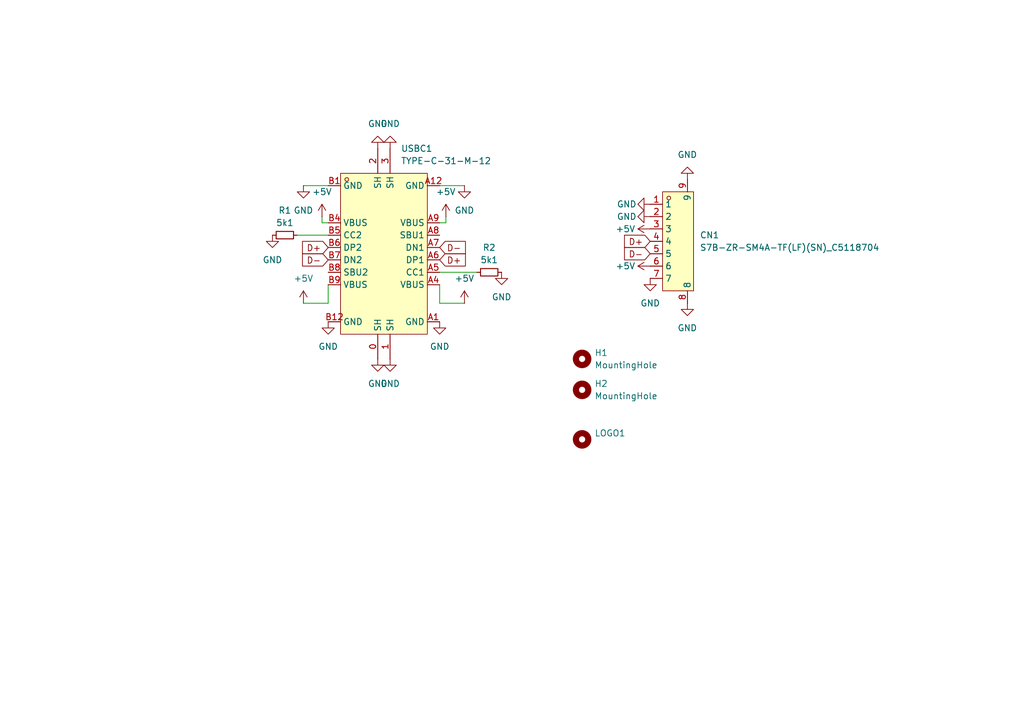
<source format=kicad_sch>
(kicad_sch
	(version 20231120)
	(generator "eeschema")
	(generator_version "8.0")
	(uuid "17da9f82-d336-4e94-b182-6588d0935152")
	(paper "A5")
	(title_block
		(title "usb-breakout")
		(date "2025-02-02")
		(rev "v1")
		(company "Speedy Labs")
	)
	(lib_symbols
		(symbol "Device:R_Small"
			(pin_numbers hide)
			(pin_names
				(offset 0.254) hide)
			(exclude_from_sim no)
			(in_bom yes)
			(on_board yes)
			(property "Reference" "R"
				(at 0.762 0.508 0)
				(effects
					(font
						(size 1.27 1.27)
					)
					(justify left)
				)
			)
			(property "Value" "R_Small"
				(at 0.762 -1.016 0)
				(effects
					(font
						(size 1.27 1.27)
					)
					(justify left)
				)
			)
			(property "Footprint" ""
				(at 0 0 0)
				(effects
					(font
						(size 1.27 1.27)
					)
					(hide yes)
				)
			)
			(property "Datasheet" "~"
				(at 0 0 0)
				(effects
					(font
						(size 1.27 1.27)
					)
					(hide yes)
				)
			)
			(property "Description" "Resistor, small symbol"
				(at 0 0 0)
				(effects
					(font
						(size 1.27 1.27)
					)
					(hide yes)
				)
			)
			(property "ki_keywords" "R resistor"
				(at 0 0 0)
				(effects
					(font
						(size 1.27 1.27)
					)
					(hide yes)
				)
			)
			(property "ki_fp_filters" "R_*"
				(at 0 0 0)
				(effects
					(font
						(size 1.27 1.27)
					)
					(hide yes)
				)
			)
			(symbol "R_Small_0_1"
				(rectangle
					(start -0.762 1.778)
					(end 0.762 -1.778)
					(stroke
						(width 0.2032)
						(type default)
					)
					(fill
						(type none)
					)
				)
			)
			(symbol "R_Small_1_1"
				(pin passive line
					(at 0 2.54 270)
					(length 0.762)
					(name "~"
						(effects
							(font
								(size 1.27 1.27)
							)
						)
					)
					(number "1"
						(effects
							(font
								(size 1.27 1.27)
							)
						)
					)
				)
				(pin passive line
					(at 0 -2.54 90)
					(length 0.762)
					(name "~"
						(effects
							(font
								(size 1.27 1.27)
							)
						)
					)
					(number "2"
						(effects
							(font
								(size 1.27 1.27)
							)
						)
					)
				)
			)
		)
		(symbol "Mechanical:MountingHole"
			(pin_names
				(offset 1.016)
			)
			(exclude_from_sim yes)
			(in_bom no)
			(on_board yes)
			(property "Reference" "H"
				(at 0 5.08 0)
				(effects
					(font
						(size 1.27 1.27)
					)
				)
			)
			(property "Value" "MountingHole"
				(at 0 3.175 0)
				(effects
					(font
						(size 1.27 1.27)
					)
				)
			)
			(property "Footprint" ""
				(at 0 0 0)
				(effects
					(font
						(size 1.27 1.27)
					)
					(hide yes)
				)
			)
			(property "Datasheet" "~"
				(at 0 0 0)
				(effects
					(font
						(size 1.27 1.27)
					)
					(hide yes)
				)
			)
			(property "Description" "Mounting Hole without connection"
				(at 0 0 0)
				(effects
					(font
						(size 1.27 1.27)
					)
					(hide yes)
				)
			)
			(property "ki_keywords" "mounting hole"
				(at 0 0 0)
				(effects
					(font
						(size 1.27 1.27)
					)
					(hide yes)
				)
			)
			(property "ki_fp_filters" "MountingHole*"
				(at 0 0 0)
				(effects
					(font
						(size 1.27 1.27)
					)
					(hide yes)
				)
			)
			(symbol "MountingHole_0_1"
				(circle
					(center 0 0)
					(radius 1.27)
					(stroke
						(width 1.27)
						(type default)
					)
					(fill
						(type none)
					)
				)
			)
		)
		(symbol "easyeda:S7B-ZR-SM4A-TF(LF)(SN)_C5118704"
			(exclude_from_sim no)
			(in_bom yes)
			(on_board yes)
			(property "Reference" "CN"
				(at 0 17.78 0)
				(effects
					(font
						(size 1.27 1.27)
					)
				)
			)
			(property "Value" "S7B-ZR-SM4A-TF(LF)(SN)_C5118704"
				(at 0 -17.78 0)
				(effects
					(font
						(size 1.27 1.27)
					)
				)
			)
			(property "Footprint" "easyeda:CONN-SMD_S7B-ZR-SM4A-TF-LF-SN"
				(at 0 -20.32 0)
				(effects
					(font
						(size 1.27 1.27)
					)
					(hide yes)
				)
			)
			(property "Datasheet" ""
				(at 0 0 0)
				(effects
					(font
						(size 1.27 1.27)
					)
					(hide yes)
				)
			)
			(property "Description" ""
				(at 0 0 0)
				(effects
					(font
						(size 1.27 1.27)
					)
					(hide yes)
				)
			)
			(property "LCSC Part" "C5118704"
				(at 0 -22.86 0)
				(effects
					(font
						(size 1.27 1.27)
					)
					(hide yes)
				)
			)
			(symbol "S7B-ZR-SM4A-TF(LF)(SN)_C5118704_0_1"
				(rectangle
					(start -1.27 10.16)
					(end 5.08 -10.16)
					(stroke
						(width 0)
						(type default)
					)
					(fill
						(type background)
					)
				)
				(circle
					(center 0 8.89)
					(radius 0.38)
					(stroke
						(width 0)
						(type default)
					)
					(fill
						(type none)
					)
				)
				(pin unspecified line
					(at -3.81 7.62 0)
					(length 2.54)
					(name "1"
						(effects
							(font
								(size 1.27 1.27)
							)
						)
					)
					(number "1"
						(effects
							(font
								(size 1.27 1.27)
							)
						)
					)
				)
				(pin unspecified line
					(at -3.81 5.08 0)
					(length 2.54)
					(name "2"
						(effects
							(font
								(size 1.27 1.27)
							)
						)
					)
					(number "2"
						(effects
							(font
								(size 1.27 1.27)
							)
						)
					)
				)
				(pin unspecified line
					(at -3.81 2.54 0)
					(length 2.54)
					(name "3"
						(effects
							(font
								(size 1.27 1.27)
							)
						)
					)
					(number "3"
						(effects
							(font
								(size 1.27 1.27)
							)
						)
					)
				)
				(pin unspecified line
					(at -3.81 0 0)
					(length 2.54)
					(name "4"
						(effects
							(font
								(size 1.27 1.27)
							)
						)
					)
					(number "4"
						(effects
							(font
								(size 1.27 1.27)
							)
						)
					)
				)
				(pin unspecified line
					(at -3.81 -2.54 0)
					(length 2.54)
					(name "5"
						(effects
							(font
								(size 1.27 1.27)
							)
						)
					)
					(number "5"
						(effects
							(font
								(size 1.27 1.27)
							)
						)
					)
				)
				(pin unspecified line
					(at -3.81 -5.08 0)
					(length 2.54)
					(name "6"
						(effects
							(font
								(size 1.27 1.27)
							)
						)
					)
					(number "6"
						(effects
							(font
								(size 1.27 1.27)
							)
						)
					)
				)
				(pin unspecified line
					(at -3.81 -7.62 0)
					(length 2.54)
					(name "7"
						(effects
							(font
								(size 1.27 1.27)
							)
						)
					)
					(number "7"
						(effects
							(font
								(size 1.27 1.27)
							)
						)
					)
				)
				(pin unspecified line
					(at 3.81 -12.7 90)
					(length 2.54)
					(name "8"
						(effects
							(font
								(size 1.27 1.27)
							)
						)
					)
					(number "8"
						(effects
							(font
								(size 1.27 1.27)
							)
						)
					)
				)
				(pin unspecified line
					(at 3.81 12.7 270)
					(length 2.54)
					(name "9"
						(effects
							(font
								(size 1.27 1.27)
							)
						)
					)
					(number "9"
						(effects
							(font
								(size 1.27 1.27)
							)
						)
					)
				)
			)
		)
		(symbol "easyeda:TYPE-C-31-M-12"
			(exclude_from_sim no)
			(in_bom yes)
			(on_board yes)
			(property "Reference" "USBC"
				(at 0 26.67 0)
				(effects
					(font
						(size 1.27 1.27)
					)
				)
			)
			(property "Value" "TYPE-C-31-M-12"
				(at 0 -26.67 0)
				(effects
					(font
						(size 1.27 1.27)
					)
				)
			)
			(property "Footprint" "easyeda:USB-C_SMD-TYPE-C-31-M-12"
				(at 0 -29.21 0)
				(effects
					(font
						(size 1.27 1.27)
					)
					(hide yes)
				)
			)
			(property "Datasheet" "https://lcsc.com/product-detail/USB-Type-C_Korean-Hroparts-Elec-TYPE-C-31-M-12_C165948.html"
				(at 0 -31.75 0)
				(effects
					(font
						(size 1.27 1.27)
					)
					(hide yes)
				)
			)
			(property "Description" ""
				(at 0 0 0)
				(effects
					(font
						(size 1.27 1.27)
					)
					(hide yes)
				)
			)
			(property "LCSC Part" "C165948"
				(at 0 -34.29 0)
				(effects
					(font
						(size 1.27 1.27)
					)
					(hide yes)
				)
			)
			(symbol "TYPE-C-31-M-12_0_1"
				(rectangle
					(start -8.89 16.51)
					(end 8.89 -16.51)
					(stroke
						(width 0)
						(type default)
					)
					(fill
						(type background)
					)
				)
				(circle
					(center -7.62 15.24)
					(radius 0.38)
					(stroke
						(width 0)
						(type default)
					)
					(fill
						(type none)
					)
				)
				(pin unspecified line
					(at -1.27 -21.59 90)
					(length 5.08)
					(name "SH"
						(effects
							(font
								(size 1.27 1.27)
							)
						)
					)
					(number "0"
						(effects
							(font
								(size 1.27 1.27)
							)
						)
					)
				)
				(pin unspecified line
					(at 1.27 -21.59 90)
					(length 5.08)
					(name "SH"
						(effects
							(font
								(size 1.27 1.27)
							)
						)
					)
					(number "1"
						(effects
							(font
								(size 1.27 1.27)
							)
						)
					)
				)
				(pin unspecified line
					(at -1.27 21.59 270)
					(length 5.08)
					(name "SH"
						(effects
							(font
								(size 1.27 1.27)
							)
						)
					)
					(number "2"
						(effects
							(font
								(size 1.27 1.27)
							)
						)
					)
				)
				(pin unspecified line
					(at 1.27 21.59 270)
					(length 5.08)
					(name "SH"
						(effects
							(font
								(size 1.27 1.27)
							)
						)
					)
					(number "3"
						(effects
							(font
								(size 1.27 1.27)
							)
						)
					)
				)
				(pin unspecified line
					(at 11.43 -13.97 180)
					(length 2.54)
					(name "GND"
						(effects
							(font
								(size 1.27 1.27)
							)
						)
					)
					(number "A1"
						(effects
							(font
								(size 1.27 1.27)
							)
						)
					)
				)
				(pin unspecified line
					(at 11.43 13.97 180)
					(length 2.54)
					(name "GND"
						(effects
							(font
								(size 1.27 1.27)
							)
						)
					)
					(number "A12"
						(effects
							(font
								(size 1.27 1.27)
							)
						)
					)
				)
				(pin unspecified line
					(at 11.43 -6.35 180)
					(length 2.54)
					(name "VBUS"
						(effects
							(font
								(size 1.27 1.27)
							)
						)
					)
					(number "A4"
						(effects
							(font
								(size 1.27 1.27)
							)
						)
					)
				)
				(pin unspecified line
					(at 11.43 -3.81 180)
					(length 2.54)
					(name "CC1"
						(effects
							(font
								(size 1.27 1.27)
							)
						)
					)
					(number "A5"
						(effects
							(font
								(size 1.27 1.27)
							)
						)
					)
				)
				(pin unspecified line
					(at 11.43 -1.27 180)
					(length 2.54)
					(name "DP1"
						(effects
							(font
								(size 1.27 1.27)
							)
						)
					)
					(number "A6"
						(effects
							(font
								(size 1.27 1.27)
							)
						)
					)
				)
				(pin unspecified line
					(at 11.43 1.27 180)
					(length 2.54)
					(name "DN1"
						(effects
							(font
								(size 1.27 1.27)
							)
						)
					)
					(number "A7"
						(effects
							(font
								(size 1.27 1.27)
							)
						)
					)
				)
				(pin unspecified line
					(at 11.43 3.81 180)
					(length 2.54)
					(name "SBU1"
						(effects
							(font
								(size 1.27 1.27)
							)
						)
					)
					(number "A8"
						(effects
							(font
								(size 1.27 1.27)
							)
						)
					)
				)
				(pin unspecified line
					(at 11.43 6.35 180)
					(length 2.54)
					(name "VBUS"
						(effects
							(font
								(size 1.27 1.27)
							)
						)
					)
					(number "A9"
						(effects
							(font
								(size 1.27 1.27)
							)
						)
					)
				)
				(pin unspecified line
					(at -11.43 13.97 0)
					(length 2.54)
					(name "GND"
						(effects
							(font
								(size 1.27 1.27)
							)
						)
					)
					(number "B1"
						(effects
							(font
								(size 1.27 1.27)
							)
						)
					)
				)
				(pin unspecified line
					(at -11.43 -13.97 0)
					(length 2.54)
					(name "GND"
						(effects
							(font
								(size 1.27 1.27)
							)
						)
					)
					(number "B12"
						(effects
							(font
								(size 1.27 1.27)
							)
						)
					)
				)
				(pin unspecified line
					(at -11.43 6.35 0)
					(length 2.54)
					(name "VBUS"
						(effects
							(font
								(size 1.27 1.27)
							)
						)
					)
					(number "B4"
						(effects
							(font
								(size 1.27 1.27)
							)
						)
					)
				)
				(pin unspecified line
					(at -11.43 3.81 0)
					(length 2.54)
					(name "CC2"
						(effects
							(font
								(size 1.27 1.27)
							)
						)
					)
					(number "B5"
						(effects
							(font
								(size 1.27 1.27)
							)
						)
					)
				)
				(pin unspecified line
					(at -11.43 1.27 0)
					(length 2.54)
					(name "DP2"
						(effects
							(font
								(size 1.27 1.27)
							)
						)
					)
					(number "B6"
						(effects
							(font
								(size 1.27 1.27)
							)
						)
					)
				)
				(pin unspecified line
					(at -11.43 -1.27 0)
					(length 2.54)
					(name "DN2"
						(effects
							(font
								(size 1.27 1.27)
							)
						)
					)
					(number "B7"
						(effects
							(font
								(size 1.27 1.27)
							)
						)
					)
				)
				(pin unspecified line
					(at -11.43 -3.81 0)
					(length 2.54)
					(name "SBU2"
						(effects
							(font
								(size 1.27 1.27)
							)
						)
					)
					(number "B8"
						(effects
							(font
								(size 1.27 1.27)
							)
						)
					)
				)
				(pin unspecified line
					(at -11.43 -6.35 0)
					(length 2.54)
					(name "VBUS"
						(effects
							(font
								(size 1.27 1.27)
							)
						)
					)
					(number "B9"
						(effects
							(font
								(size 1.27 1.27)
							)
						)
					)
				)
			)
		)
		(symbol "power:+5V"
			(power)
			(pin_numbers hide)
			(pin_names
				(offset 0) hide)
			(exclude_from_sim no)
			(in_bom yes)
			(on_board yes)
			(property "Reference" "#PWR"
				(at 0 -3.81 0)
				(effects
					(font
						(size 1.27 1.27)
					)
					(hide yes)
				)
			)
			(property "Value" "+5V"
				(at 0 3.556 0)
				(effects
					(font
						(size 1.27 1.27)
					)
				)
			)
			(property "Footprint" ""
				(at 0 0 0)
				(effects
					(font
						(size 1.27 1.27)
					)
					(hide yes)
				)
			)
			(property "Datasheet" ""
				(at 0 0 0)
				(effects
					(font
						(size 1.27 1.27)
					)
					(hide yes)
				)
			)
			(property "Description" "Power symbol creates a global label with name \"+5V\""
				(at 0 0 0)
				(effects
					(font
						(size 1.27 1.27)
					)
					(hide yes)
				)
			)
			(property "ki_keywords" "global power"
				(at 0 0 0)
				(effects
					(font
						(size 1.27 1.27)
					)
					(hide yes)
				)
			)
			(symbol "+5V_0_1"
				(polyline
					(pts
						(xy -0.762 1.27) (xy 0 2.54)
					)
					(stroke
						(width 0)
						(type default)
					)
					(fill
						(type none)
					)
				)
				(polyline
					(pts
						(xy 0 0) (xy 0 2.54)
					)
					(stroke
						(width 0)
						(type default)
					)
					(fill
						(type none)
					)
				)
				(polyline
					(pts
						(xy 0 2.54) (xy 0.762 1.27)
					)
					(stroke
						(width 0)
						(type default)
					)
					(fill
						(type none)
					)
				)
			)
			(symbol "+5V_1_1"
				(pin power_in line
					(at 0 0 90)
					(length 0)
					(name "~"
						(effects
							(font
								(size 1.27 1.27)
							)
						)
					)
					(number "1"
						(effects
							(font
								(size 1.27 1.27)
							)
						)
					)
				)
			)
		)
		(symbol "power:GND"
			(power)
			(pin_numbers hide)
			(pin_names
				(offset 0) hide)
			(exclude_from_sim no)
			(in_bom yes)
			(on_board yes)
			(property "Reference" "#PWR"
				(at 0 -6.35 0)
				(effects
					(font
						(size 1.27 1.27)
					)
					(hide yes)
				)
			)
			(property "Value" "GND"
				(at 0 -3.81 0)
				(effects
					(font
						(size 1.27 1.27)
					)
				)
			)
			(property "Footprint" ""
				(at 0 0 0)
				(effects
					(font
						(size 1.27 1.27)
					)
					(hide yes)
				)
			)
			(property "Datasheet" ""
				(at 0 0 0)
				(effects
					(font
						(size 1.27 1.27)
					)
					(hide yes)
				)
			)
			(property "Description" "Power symbol creates a global label with name \"GND\" , ground"
				(at 0 0 0)
				(effects
					(font
						(size 1.27 1.27)
					)
					(hide yes)
				)
			)
			(property "ki_keywords" "global power"
				(at 0 0 0)
				(effects
					(font
						(size 1.27 1.27)
					)
					(hide yes)
				)
			)
			(symbol "GND_0_1"
				(polyline
					(pts
						(xy 0 0) (xy 0 -1.27) (xy 1.27 -1.27) (xy 0 -2.54) (xy -1.27 -1.27) (xy 0 -1.27)
					)
					(stroke
						(width 0)
						(type default)
					)
					(fill
						(type none)
					)
				)
			)
			(symbol "GND_1_1"
				(pin power_in line
					(at 0 0 270)
					(length 0)
					(name "~"
						(effects
							(font
								(size 1.27 1.27)
							)
						)
					)
					(number "1"
						(effects
							(font
								(size 1.27 1.27)
							)
						)
					)
				)
			)
		)
	)
	(wire
		(pts
			(xy 62.23 62.23) (xy 67.31 62.23)
		)
		(stroke
			(width 0)
			(type default)
		)
		(uuid "1e647c3a-5897-4061-bb80-ec18a5b62271")
	)
	(wire
		(pts
			(xy 60.96 48.26) (xy 67.31 48.26)
		)
		(stroke
			(width 0)
			(type default)
		)
		(uuid "2c974ede-d9d7-4d66-967e-1d0ac4b1aaec")
	)
	(wire
		(pts
			(xy 66.04 44.45) (xy 66.04 45.72)
		)
		(stroke
			(width 0)
			(type default)
		)
		(uuid "4a13a311-a389-48b1-bb63-acc1b697a296")
	)
	(wire
		(pts
			(xy 67.31 62.23) (xy 67.31 58.42)
		)
		(stroke
			(width 0)
			(type default)
		)
		(uuid "740200f8-a802-4ec3-b0d2-d36565b35c6c")
	)
	(wire
		(pts
			(xy 62.23 38.1) (xy 67.31 38.1)
		)
		(stroke
			(width 0)
			(type default)
		)
		(uuid "82210f67-9c4c-4fc1-a2f4-44ddcf11ffeb")
	)
	(wire
		(pts
			(xy 90.17 55.88) (xy 97.79 55.88)
		)
		(stroke
			(width 0)
			(type default)
		)
		(uuid "8aedfe49-519d-42e9-aca7-c6fefd3d0673")
	)
	(wire
		(pts
			(xy 66.04 45.72) (xy 67.31 45.72)
		)
		(stroke
			(width 0)
			(type default)
		)
		(uuid "8ce853e7-00bd-42f1-a082-b2cda2ddf6cd")
	)
	(wire
		(pts
			(xy 90.17 58.42) (xy 90.17 62.23)
		)
		(stroke
			(width 0)
			(type default)
		)
		(uuid "9f6f2381-8c1c-4a05-a839-db0e1cea830d")
	)
	(wire
		(pts
			(xy 91.44 45.72) (xy 91.44 44.45)
		)
		(stroke
			(width 0)
			(type default)
		)
		(uuid "a3c3965e-e533-4a7f-93b0-64ddc84a2d27")
	)
	(wire
		(pts
			(xy 90.17 38.1) (xy 95.25 38.1)
		)
		(stroke
			(width 0)
			(type default)
		)
		(uuid "d1e14c91-e2f1-4c19-b78b-bb001f9f578c")
	)
	(wire
		(pts
			(xy 90.17 45.72) (xy 91.44 45.72)
		)
		(stroke
			(width 0)
			(type default)
		)
		(uuid "d5996a2a-1b68-4b78-b25f-3c580e092ead")
	)
	(wire
		(pts
			(xy 90.17 62.23) (xy 95.25 62.23)
		)
		(stroke
			(width 0)
			(type default)
		)
		(uuid "e09aecb0-a6d2-4c60-9d09-31eeb71b4be6")
	)
	(global_label "D+"
		(shape input)
		(at 67.31 50.8 180)
		(fields_autoplaced yes)
		(effects
			(font
				(size 1.27 1.27)
			)
			(justify right)
		)
		(uuid "55b1203c-4dac-441c-a8a5-d2283a330f40")
		(property "Intersheetrefs" "${INTERSHEET_REFS}"
			(at 61.4824 50.8 0)
			(effects
				(font
					(size 1.27 1.27)
				)
				(justify right)
				(hide yes)
			)
		)
	)
	(global_label "D+"
		(shape input)
		(at 90.17 53.34 0)
		(fields_autoplaced yes)
		(effects
			(font
				(size 1.27 1.27)
			)
			(justify left)
		)
		(uuid "567502cd-6ebf-4cbc-a2f5-521920eed026")
		(property "Intersheetrefs" "${INTERSHEET_REFS}"
			(at 95.9976 53.34 0)
			(effects
				(font
					(size 1.27 1.27)
				)
				(justify left)
				(hide yes)
			)
		)
	)
	(global_label "D-"
		(shape input)
		(at 133.35 52.07 180)
		(fields_autoplaced yes)
		(effects
			(font
				(size 1.27 1.27)
			)
			(justify right)
		)
		(uuid "713849e6-8ad9-4da9-bb14-c7af09c29e3d")
		(property "Intersheetrefs" "${INTERSHEET_REFS}"
			(at 127.5224 52.07 0)
			(effects
				(font
					(size 1.27 1.27)
				)
				(justify right)
				(hide yes)
			)
		)
	)
	(global_label "D-"
		(shape input)
		(at 67.31 53.34 180)
		(fields_autoplaced yes)
		(effects
			(font
				(size 1.27 1.27)
			)
			(justify right)
		)
		(uuid "7ca8c8b8-f00d-4ca0-8a3e-4e1f2a43839f")
		(property "Intersheetrefs" "${INTERSHEET_REFS}"
			(at 61.4824 53.34 0)
			(effects
				(font
					(size 1.27 1.27)
				)
				(justify right)
				(hide yes)
			)
		)
	)
	(global_label "D-"
		(shape input)
		(at 90.17 50.8 0)
		(fields_autoplaced yes)
		(effects
			(font
				(size 1.27 1.27)
			)
			(justify left)
		)
		(uuid "97141d50-9158-4a63-aa79-9d5d42a600e0")
		(property "Intersheetrefs" "${INTERSHEET_REFS}"
			(at 95.9976 50.8 0)
			(effects
				(font
					(size 1.27 1.27)
				)
				(justify left)
				(hide yes)
			)
		)
	)
	(global_label "D+"
		(shape input)
		(at 133.35 49.53 180)
		(fields_autoplaced yes)
		(effects
			(font
				(size 1.27 1.27)
			)
			(justify right)
		)
		(uuid "f1739592-553b-4601-aca2-c855706b36de")
		(property "Intersheetrefs" "${INTERSHEET_REFS}"
			(at 127.5224 49.53 0)
			(effects
				(font
					(size 1.27 1.27)
				)
				(justify right)
				(hide yes)
			)
		)
	)
	(symbol
		(lib_id "power:GND")
		(at 55.88 48.26 0)
		(unit 1)
		(exclude_from_sim no)
		(in_bom yes)
		(on_board yes)
		(dnp no)
		(fields_autoplaced yes)
		(uuid "0521c6f9-2077-4ef0-b581-f18fb2fe1c1c")
		(property "Reference" "#PWR09"
			(at 55.88 54.61 0)
			(effects
				(font
					(size 1.27 1.27)
				)
				(hide yes)
			)
		)
		(property "Value" "GND"
			(at 55.88 53.34 0)
			(effects
				(font
					(size 1.27 1.27)
				)
			)
		)
		(property "Footprint" ""
			(at 55.88 48.26 0)
			(effects
				(font
					(size 1.27 1.27)
				)
				(hide yes)
			)
		)
		(property "Datasheet" ""
			(at 55.88 48.26 0)
			(effects
				(font
					(size 1.27 1.27)
				)
				(hide yes)
			)
		)
		(property "Description" "Power symbol creates a global label with name \"GND\" , ground"
			(at 55.88 48.26 0)
			(effects
				(font
					(size 1.27 1.27)
				)
				(hide yes)
			)
		)
		(pin "1"
			(uuid "5ee06ad3-9841-4fb3-a206-f3a04bcb96b0")
		)
		(instances
			(project "usb-breakout"
				(path "/17da9f82-d336-4e94-b182-6588d0935152"
					(reference "#PWR09")
					(unit 1)
				)
			)
		)
	)
	(symbol
		(lib_id "power:GND")
		(at 133.35 41.91 270)
		(unit 1)
		(exclude_from_sim no)
		(in_bom yes)
		(on_board yes)
		(dnp no)
		(uuid "0d53a005-7079-4f1d-9b3e-8bd8f8e7c6a7")
		(property "Reference" "#PWR013"
			(at 127 41.91 0)
			(effects
				(font
					(size 1.27 1.27)
				)
				(hide yes)
			)
		)
		(property "Value" "GND"
			(at 128.524 41.91 90)
			(effects
				(font
					(size 1.27 1.27)
				)
			)
		)
		(property "Footprint" ""
			(at 133.35 41.91 0)
			(effects
				(font
					(size 1.27 1.27)
				)
				(hide yes)
			)
		)
		(property "Datasheet" ""
			(at 133.35 41.91 0)
			(effects
				(font
					(size 1.27 1.27)
				)
				(hide yes)
			)
		)
		(property "Description" "Power symbol creates a global label with name \"GND\" , ground"
			(at 133.35 41.91 0)
			(effects
				(font
					(size 1.27 1.27)
				)
				(hide yes)
			)
		)
		(pin "1"
			(uuid "8dd89a3a-f717-4ca9-a378-dae08fb0ad9d")
		)
		(instances
			(project "usb-breakout"
				(path "/17da9f82-d336-4e94-b182-6588d0935152"
					(reference "#PWR013")
					(unit 1)
				)
			)
		)
	)
	(symbol
		(lib_id "easyeda:S7B-ZR-SM4A-TF(LF)(SN)_C5118704")
		(at 137.16 49.53 0)
		(unit 1)
		(exclude_from_sim no)
		(in_bom yes)
		(on_board yes)
		(dnp no)
		(fields_autoplaced yes)
		(uuid "0f289912-ce60-4872-a6bf-3c9ba0cf0c2a")
		(property "Reference" "CN1"
			(at 143.51 48.2599 0)
			(effects
				(font
					(size 1.27 1.27)
				)
				(justify left)
			)
		)
		(property "Value" "S7B-ZR-SM4A-TF(LF)(SN)_C5118704"
			(at 143.51 50.7999 0)
			(effects
				(font
					(size 1.27 1.27)
				)
				(justify left)
			)
		)
		(property "Footprint" "easyeda:CONN-SMD_S7B-ZR-SM4A-TF-LF-SN"
			(at 137.16 69.85 0)
			(effects
				(font
					(size 1.27 1.27)
				)
				(hide yes)
			)
		)
		(property "Datasheet" ""
			(at 137.16 49.53 0)
			(effects
				(font
					(size 1.27 1.27)
				)
				(hide yes)
			)
		)
		(property "Description" ""
			(at 137.16 49.53 0)
			(effects
				(font
					(size 1.27 1.27)
				)
				(hide yes)
			)
		)
		(property "LCSC Part" "C5118704"
			(at 137.16 72.39 0)
			(effects
				(font
					(size 1.27 1.27)
				)
				(hide yes)
			)
		)
		(pin "1"
			(uuid "a4f3cbf4-a24b-4036-ba60-fe5a95064d18")
		)
		(pin "8"
			(uuid "fff4d454-e0eb-4bcb-b4d2-5048831ec8ef")
		)
		(pin "3"
			(uuid "37b6260e-6f10-4f3f-80ea-358994da351c")
		)
		(pin "4"
			(uuid "e00b6e73-63b2-46b8-b709-e914b7a8434f")
		)
		(pin "6"
			(uuid "a93c317e-b1f0-41eb-9ebb-580a99cd5435")
		)
		(pin "7"
			(uuid "6f363572-ac2d-489b-bd6f-940c7b1489f4")
		)
		(pin "9"
			(uuid "4459fad4-0392-463f-b5de-c894a94ec1a4")
		)
		(pin "2"
			(uuid "46927618-e950-49a7-ad02-4f34a3e80d3f")
		)
		(pin "5"
			(uuid "709f3710-a94e-4ed8-a699-bdd2d8af9239")
		)
		(instances
			(project ""
				(path "/17da9f82-d336-4e94-b182-6588d0935152"
					(reference "CN1")
					(unit 1)
				)
			)
		)
	)
	(symbol
		(lib_id "power:GND")
		(at 80.01 30.48 180)
		(unit 1)
		(exclude_from_sim no)
		(in_bom yes)
		(on_board yes)
		(dnp no)
		(fields_autoplaced yes)
		(uuid "25b5a4c6-76ec-4ad1-892a-9429912421bc")
		(property "Reference" "#PWR019"
			(at 80.01 24.13 0)
			(effects
				(font
					(size 1.27 1.27)
				)
				(hide yes)
			)
		)
		(property "Value" "GND"
			(at 80.01 25.4 0)
			(effects
				(font
					(size 1.27 1.27)
				)
			)
		)
		(property "Footprint" ""
			(at 80.01 30.48 0)
			(effects
				(font
					(size 1.27 1.27)
				)
				(hide yes)
			)
		)
		(property "Datasheet" ""
			(at 80.01 30.48 0)
			(effects
				(font
					(size 1.27 1.27)
				)
				(hide yes)
			)
		)
		(property "Description" "Power symbol creates a global label with name \"GND\" , ground"
			(at 80.01 30.48 0)
			(effects
				(font
					(size 1.27 1.27)
				)
				(hide yes)
			)
		)
		(pin "1"
			(uuid "62010977-7a44-4318-bbe2-cdb7aabe02a8")
		)
		(instances
			(project "usb-breakout"
				(path "/17da9f82-d336-4e94-b182-6588d0935152"
					(reference "#PWR019")
					(unit 1)
				)
			)
		)
	)
	(symbol
		(lib_id "power:GND")
		(at 95.25 38.1 0)
		(unit 1)
		(exclude_from_sim no)
		(in_bom yes)
		(on_board yes)
		(dnp no)
		(fields_autoplaced yes)
		(uuid "2d6af71f-8cdc-4acc-bed8-2b858bf9d9a5")
		(property "Reference" "#PWR08"
			(at 95.25 44.45 0)
			(effects
				(font
					(size 1.27 1.27)
				)
				(hide yes)
			)
		)
		(property "Value" "GND"
			(at 95.25 43.18 0)
			(effects
				(font
					(size 1.27 1.27)
				)
			)
		)
		(property "Footprint" ""
			(at 95.25 38.1 0)
			(effects
				(font
					(size 1.27 1.27)
				)
				(hide yes)
			)
		)
		(property "Datasheet" ""
			(at 95.25 38.1 0)
			(effects
				(font
					(size 1.27 1.27)
				)
				(hide yes)
			)
		)
		(property "Description" "Power symbol creates a global label with name \"GND\" , ground"
			(at 95.25 38.1 0)
			(effects
				(font
					(size 1.27 1.27)
				)
				(hide yes)
			)
		)
		(pin "1"
			(uuid "25d61e05-bc19-4b5a-b7f0-0062794e31ee")
		)
		(instances
			(project "usb-breakout"
				(path "/17da9f82-d336-4e94-b182-6588d0935152"
					(reference "#PWR08")
					(unit 1)
				)
			)
		)
	)
	(symbol
		(lib_id "power:+5V")
		(at 62.23 62.23 0)
		(unit 1)
		(exclude_from_sim no)
		(in_bom yes)
		(on_board yes)
		(dnp no)
		(fields_autoplaced yes)
		(uuid "39c9dd6e-922b-4991-a563-1a93847d6b47")
		(property "Reference" "#PWR03"
			(at 62.23 66.04 0)
			(effects
				(font
					(size 1.27 1.27)
				)
				(hide yes)
			)
		)
		(property "Value" "+5V"
			(at 62.23 57.15 0)
			(effects
				(font
					(size 1.27 1.27)
				)
			)
		)
		(property "Footprint" ""
			(at 62.23 62.23 0)
			(effects
				(font
					(size 1.27 1.27)
				)
				(hide yes)
			)
		)
		(property "Datasheet" ""
			(at 62.23 62.23 0)
			(effects
				(font
					(size 1.27 1.27)
				)
				(hide yes)
			)
		)
		(property "Description" "Power symbol creates a global label with name \"+5V\""
			(at 62.23 62.23 0)
			(effects
				(font
					(size 1.27 1.27)
				)
				(hide yes)
			)
		)
		(pin "1"
			(uuid "4a17661d-6318-4a37-9bf4-847a1bff77f4")
		)
		(instances
			(project "usb-breakout"
				(path "/17da9f82-d336-4e94-b182-6588d0935152"
					(reference "#PWR03")
					(unit 1)
				)
			)
		)
	)
	(symbol
		(lib_id "power:+5V")
		(at 133.35 54.61 90)
		(unit 1)
		(exclude_from_sim no)
		(in_bom yes)
		(on_board yes)
		(dnp no)
		(uuid "401f02f8-a0ed-46a3-b5dd-ceb943670d89")
		(property "Reference" "#PWR012"
			(at 137.16 54.61 0)
			(effects
				(font
					(size 1.27 1.27)
				)
				(hide yes)
			)
		)
		(property "Value" "+5V"
			(at 128.27 54.61 90)
			(effects
				(font
					(size 1.27 1.27)
				)
			)
		)
		(property "Footprint" ""
			(at 133.35 54.61 0)
			(effects
				(font
					(size 1.27 1.27)
				)
				(hide yes)
			)
		)
		(property "Datasheet" ""
			(at 133.35 54.61 0)
			(effects
				(font
					(size 1.27 1.27)
				)
				(hide yes)
			)
		)
		(property "Description" "Power symbol creates a global label with name \"+5V\""
			(at 133.35 54.61 0)
			(effects
				(font
					(size 1.27 1.27)
				)
				(hide yes)
			)
		)
		(pin "1"
			(uuid "2f93e93c-4343-45fc-9cb9-63a881faff90")
		)
		(instances
			(project "usb-breakout"
				(path "/17da9f82-d336-4e94-b182-6588d0935152"
					(reference "#PWR012")
					(unit 1)
				)
			)
		)
	)
	(symbol
		(lib_id "power:+5V")
		(at 133.35 46.99 90)
		(unit 1)
		(exclude_from_sim no)
		(in_bom yes)
		(on_board yes)
		(dnp no)
		(uuid "4038d98f-ea80-407d-b27e-f60e1c2af893")
		(property "Reference" "#PWR014"
			(at 137.16 46.99 0)
			(effects
				(font
					(size 1.27 1.27)
				)
				(hide yes)
			)
		)
		(property "Value" "+5V"
			(at 128.27 46.99 90)
			(effects
				(font
					(size 1.27 1.27)
				)
			)
		)
		(property "Footprint" ""
			(at 133.35 46.99 0)
			(effects
				(font
					(size 1.27 1.27)
				)
				(hide yes)
			)
		)
		(property "Datasheet" ""
			(at 133.35 46.99 0)
			(effects
				(font
					(size 1.27 1.27)
				)
				(hide yes)
			)
		)
		(property "Description" "Power symbol creates a global label with name \"+5V\""
			(at 133.35 46.99 0)
			(effects
				(font
					(size 1.27 1.27)
				)
				(hide yes)
			)
		)
		(pin "1"
			(uuid "ca2d7acc-869c-4dae-b0e6-b33d2236e177")
		)
		(instances
			(project "usb-breakout"
				(path "/17da9f82-d336-4e94-b182-6588d0935152"
					(reference "#PWR014")
					(unit 1)
				)
			)
		)
	)
	(symbol
		(lib_id "Mechanical:MountingHole")
		(at 119.38 73.66 0)
		(unit 1)
		(exclude_from_sim yes)
		(in_bom no)
		(on_board yes)
		(dnp no)
		(fields_autoplaced yes)
		(uuid "42bdb50c-bc64-4815-9ca2-e32851bbdafd")
		(property "Reference" "H1"
			(at 121.92 72.3899 0)
			(effects
				(font
					(size 1.27 1.27)
				)
				(justify left)
			)
		)
		(property "Value" "MountingHole"
			(at 121.92 74.9299 0)
			(effects
				(font
					(size 1.27 1.27)
				)
				(justify left)
			)
		)
		(property "Footprint" "MountingHole:MountingHole_3mm"
			(at 119.38 73.66 0)
			(effects
				(font
					(size 1.27 1.27)
				)
				(hide yes)
			)
		)
		(property "Datasheet" "~"
			(at 119.38 73.66 0)
			(effects
				(font
					(size 1.27 1.27)
				)
				(hide yes)
			)
		)
		(property "Description" "Mounting Hole without connection"
			(at 119.38 73.66 0)
			(effects
				(font
					(size 1.27 1.27)
				)
				(hide yes)
			)
		)
		(instances
			(project ""
				(path "/17da9f82-d336-4e94-b182-6588d0935152"
					(reference "H1")
					(unit 1)
				)
			)
		)
	)
	(symbol
		(lib_id "power:+5V")
		(at 66.04 44.45 0)
		(unit 1)
		(exclude_from_sim no)
		(in_bom yes)
		(on_board yes)
		(dnp no)
		(fields_autoplaced yes)
		(uuid "474cd377-8308-4f3b-a048-285bffd884d2")
		(property "Reference" "#PWR01"
			(at 66.04 48.26 0)
			(effects
				(font
					(size 1.27 1.27)
				)
				(hide yes)
			)
		)
		(property "Value" "+5V"
			(at 66.04 39.37 0)
			(effects
				(font
					(size 1.27 1.27)
				)
			)
		)
		(property "Footprint" ""
			(at 66.04 44.45 0)
			(effects
				(font
					(size 1.27 1.27)
				)
				(hide yes)
			)
		)
		(property "Datasheet" ""
			(at 66.04 44.45 0)
			(effects
				(font
					(size 1.27 1.27)
				)
				(hide yes)
			)
		)
		(property "Description" "Power symbol creates a global label with name \"+5V\""
			(at 66.04 44.45 0)
			(effects
				(font
					(size 1.27 1.27)
				)
				(hide yes)
			)
		)
		(pin "1"
			(uuid "1ed71e5a-830d-4046-aaf5-d76ec165130c")
		)
		(instances
			(project ""
				(path "/17da9f82-d336-4e94-b182-6588d0935152"
					(reference "#PWR01")
					(unit 1)
				)
			)
		)
	)
	(symbol
		(lib_id "power:GND")
		(at 77.47 30.48 180)
		(unit 1)
		(exclude_from_sim no)
		(in_bom yes)
		(on_board yes)
		(dnp no)
		(fields_autoplaced yes)
		(uuid "47c3edca-f977-4613-95b4-3f6f22b7ffcd")
		(property "Reference" "#PWR018"
			(at 77.47 24.13 0)
			(effects
				(font
					(size 1.27 1.27)
				)
				(hide yes)
			)
		)
		(property "Value" "GND"
			(at 77.47 25.4 0)
			(effects
				(font
					(size 1.27 1.27)
				)
			)
		)
		(property "Footprint" ""
			(at 77.47 30.48 0)
			(effects
				(font
					(size 1.27 1.27)
				)
				(hide yes)
			)
		)
		(property "Datasheet" ""
			(at 77.47 30.48 0)
			(effects
				(font
					(size 1.27 1.27)
				)
				(hide yes)
			)
		)
		(property "Description" "Power symbol creates a global label with name \"GND\" , ground"
			(at 77.47 30.48 0)
			(effects
				(font
					(size 1.27 1.27)
				)
				(hide yes)
			)
		)
		(pin "1"
			(uuid "1fa7ae9d-0c27-4076-bb4d-8c8c47469333")
		)
		(instances
			(project "usb-breakout"
				(path "/17da9f82-d336-4e94-b182-6588d0935152"
					(reference "#PWR018")
					(unit 1)
				)
			)
		)
	)
	(symbol
		(lib_id "power:GND")
		(at 140.97 62.23 0)
		(unit 1)
		(exclude_from_sim no)
		(in_bom yes)
		(on_board yes)
		(dnp no)
		(fields_autoplaced yes)
		(uuid "51eb8fca-f792-4b20-bdd5-25cf311ba2e4")
		(property "Reference" "#PWR020"
			(at 140.97 68.58 0)
			(effects
				(font
					(size 1.27 1.27)
				)
				(hide yes)
			)
		)
		(property "Value" "GND"
			(at 140.97 67.31 0)
			(effects
				(font
					(size 1.27 1.27)
				)
			)
		)
		(property "Footprint" ""
			(at 140.97 62.23 0)
			(effects
				(font
					(size 1.27 1.27)
				)
				(hide yes)
			)
		)
		(property "Datasheet" ""
			(at 140.97 62.23 0)
			(effects
				(font
					(size 1.27 1.27)
				)
				(hide yes)
			)
		)
		(property "Description" "Power symbol creates a global label with name \"GND\" , ground"
			(at 140.97 62.23 0)
			(effects
				(font
					(size 1.27 1.27)
				)
				(hide yes)
			)
		)
		(pin "1"
			(uuid "caba5446-793e-4e62-bac0-ee9068c3d66a")
		)
		(instances
			(project "usb-breakout"
				(path "/17da9f82-d336-4e94-b182-6588d0935152"
					(reference "#PWR020")
					(unit 1)
				)
			)
		)
	)
	(symbol
		(lib_id "power:GND")
		(at 77.47 73.66 0)
		(unit 1)
		(exclude_from_sim no)
		(in_bom yes)
		(on_board yes)
		(dnp no)
		(fields_autoplaced yes)
		(uuid "55569602-2107-4554-a7ac-007571130327")
		(property "Reference" "#PWR016"
			(at 77.47 80.01 0)
			(effects
				(font
					(size 1.27 1.27)
				)
				(hide yes)
			)
		)
		(property "Value" "GND"
			(at 77.47 78.74 0)
			(effects
				(font
					(size 1.27 1.27)
				)
			)
		)
		(property "Footprint" ""
			(at 77.47 73.66 0)
			(effects
				(font
					(size 1.27 1.27)
				)
				(hide yes)
			)
		)
		(property "Datasheet" ""
			(at 77.47 73.66 0)
			(effects
				(font
					(size 1.27 1.27)
				)
				(hide yes)
			)
		)
		(property "Description" "Power symbol creates a global label with name \"GND\" , ground"
			(at 77.47 73.66 0)
			(effects
				(font
					(size 1.27 1.27)
				)
				(hide yes)
			)
		)
		(pin "1"
			(uuid "b0012204-ea24-45ea-b035-d4e4648c01c7")
		)
		(instances
			(project "usb-breakout"
				(path "/17da9f82-d336-4e94-b182-6588d0935152"
					(reference "#PWR016")
					(unit 1)
				)
			)
		)
	)
	(symbol
		(lib_id "power:GND")
		(at 102.87 55.88 0)
		(unit 1)
		(exclude_from_sim no)
		(in_bom yes)
		(on_board yes)
		(dnp no)
		(fields_autoplaced yes)
		(uuid "756c06e4-eaa5-402f-b245-44e92b90e3b4")
		(property "Reference" "#PWR010"
			(at 102.87 62.23 0)
			(effects
				(font
					(size 1.27 1.27)
				)
				(hide yes)
			)
		)
		(property "Value" "GND"
			(at 102.87 60.96 0)
			(effects
				(font
					(size 1.27 1.27)
				)
			)
		)
		(property "Footprint" ""
			(at 102.87 55.88 0)
			(effects
				(font
					(size 1.27 1.27)
				)
				(hide yes)
			)
		)
		(property "Datasheet" ""
			(at 102.87 55.88 0)
			(effects
				(font
					(size 1.27 1.27)
				)
				(hide yes)
			)
		)
		(property "Description" "Power symbol creates a global label with name \"GND\" , ground"
			(at 102.87 55.88 0)
			(effects
				(font
					(size 1.27 1.27)
				)
				(hide yes)
			)
		)
		(pin "1"
			(uuid "c9f96c2f-0dfa-4ffd-b597-73c453206048")
		)
		(instances
			(project "usb-breakout"
				(path "/17da9f82-d336-4e94-b182-6588d0935152"
					(reference "#PWR010")
					(unit 1)
				)
			)
		)
	)
	(symbol
		(lib_id "power:GND")
		(at 90.17 66.04 0)
		(unit 1)
		(exclude_from_sim no)
		(in_bom yes)
		(on_board yes)
		(dnp no)
		(fields_autoplaced yes)
		(uuid "79a97b06-2b4b-42cc-99a4-fb6fb529a469")
		(property "Reference" "#PWR05"
			(at 90.17 72.39 0)
			(effects
				(font
					(size 1.27 1.27)
				)
				(hide yes)
			)
		)
		(property "Value" "GND"
			(at 90.17 71.12 0)
			(effects
				(font
					(size 1.27 1.27)
				)
			)
		)
		(property "Footprint" ""
			(at 90.17 66.04 0)
			(effects
				(font
					(size 1.27 1.27)
				)
				(hide yes)
			)
		)
		(property "Datasheet" ""
			(at 90.17 66.04 0)
			(effects
				(font
					(size 1.27 1.27)
				)
				(hide yes)
			)
		)
		(property "Description" "Power symbol creates a global label with name \"GND\" , ground"
			(at 90.17 66.04 0)
			(effects
				(font
					(size 1.27 1.27)
				)
				(hide yes)
			)
		)
		(pin "1"
			(uuid "c0bcf00a-3ede-478c-b9e7-450a7f506753")
		)
		(instances
			(project ""
				(path "/17da9f82-d336-4e94-b182-6588d0935152"
					(reference "#PWR05")
					(unit 1)
				)
			)
		)
	)
	(symbol
		(lib_id "power:+5V")
		(at 91.44 44.45 0)
		(unit 1)
		(exclude_from_sim no)
		(in_bom yes)
		(on_board yes)
		(dnp no)
		(fields_autoplaced yes)
		(uuid "7ca35f62-6543-4848-98a7-b12b90a2d4c9")
		(property "Reference" "#PWR02"
			(at 91.44 48.26 0)
			(effects
				(font
					(size 1.27 1.27)
				)
				(hide yes)
			)
		)
		(property "Value" "+5V"
			(at 91.44 39.37 0)
			(effects
				(font
					(size 1.27 1.27)
				)
			)
		)
		(property "Footprint" ""
			(at 91.44 44.45 0)
			(effects
				(font
					(size 1.27 1.27)
				)
				(hide yes)
			)
		)
		(property "Datasheet" ""
			(at 91.44 44.45 0)
			(effects
				(font
					(size 1.27 1.27)
				)
				(hide yes)
			)
		)
		(property "Description" "Power symbol creates a global label with name \"+5V\""
			(at 91.44 44.45 0)
			(effects
				(font
					(size 1.27 1.27)
				)
				(hide yes)
			)
		)
		(pin "1"
			(uuid "3fda7230-1eac-4a5e-93e1-f66c543f0ae1")
		)
		(instances
			(project "usb-breakout"
				(path "/17da9f82-d336-4e94-b182-6588d0935152"
					(reference "#PWR02")
					(unit 1)
				)
			)
		)
	)
	(symbol
		(lib_id "power:GND")
		(at 140.97 36.83 180)
		(unit 1)
		(exclude_from_sim no)
		(in_bom yes)
		(on_board yes)
		(dnp no)
		(fields_autoplaced yes)
		(uuid "9e41268e-863c-4ec6-99e6-b3a3488bfbca")
		(property "Reference" "#PWR021"
			(at 140.97 30.48 0)
			(effects
				(font
					(size 1.27 1.27)
				)
				(hide yes)
			)
		)
		(property "Value" "GND"
			(at 140.97 31.75 0)
			(effects
				(font
					(size 1.27 1.27)
				)
			)
		)
		(property "Footprint" ""
			(at 140.97 36.83 0)
			(effects
				(font
					(size 1.27 1.27)
				)
				(hide yes)
			)
		)
		(property "Datasheet" ""
			(at 140.97 36.83 0)
			(effects
				(font
					(size 1.27 1.27)
				)
				(hide yes)
			)
		)
		(property "Description" "Power symbol creates a global label with name \"GND\" , ground"
			(at 140.97 36.83 0)
			(effects
				(font
					(size 1.27 1.27)
				)
				(hide yes)
			)
		)
		(pin "1"
			(uuid "1a5fe65e-2a3c-4301-9940-df76a4372c57")
		)
		(instances
			(project "usb-breakout"
				(path "/17da9f82-d336-4e94-b182-6588d0935152"
					(reference "#PWR021")
					(unit 1)
				)
			)
		)
	)
	(symbol
		(lib_id "power:+5V")
		(at 95.25 62.23 0)
		(unit 1)
		(exclude_from_sim no)
		(in_bom yes)
		(on_board yes)
		(dnp no)
		(fields_autoplaced yes)
		(uuid "a18b3932-abf3-463a-985a-1a24b83904b7")
		(property "Reference" "#PWR04"
			(at 95.25 66.04 0)
			(effects
				(font
					(size 1.27 1.27)
				)
				(hide yes)
			)
		)
		(property "Value" "+5V"
			(at 95.25 57.15 0)
			(effects
				(font
					(size 1.27 1.27)
				)
			)
		)
		(property "Footprint" ""
			(at 95.25 62.23 0)
			(effects
				(font
					(size 1.27 1.27)
				)
				(hide yes)
			)
		)
		(property "Datasheet" ""
			(at 95.25 62.23 0)
			(effects
				(font
					(size 1.27 1.27)
				)
				(hide yes)
			)
		)
		(property "Description" "Power symbol creates a global label with name \"+5V\""
			(at 95.25 62.23 0)
			(effects
				(font
					(size 1.27 1.27)
				)
				(hide yes)
			)
		)
		(pin "1"
			(uuid "7a669ca1-e504-481e-85ea-f5e8e33b3dd3")
		)
		(instances
			(project "usb-breakout"
				(path "/17da9f82-d336-4e94-b182-6588d0935152"
					(reference "#PWR04")
					(unit 1)
				)
			)
		)
	)
	(symbol
		(lib_id "Device:R_Small")
		(at 58.42 48.26 90)
		(unit 1)
		(exclude_from_sim no)
		(in_bom yes)
		(on_board yes)
		(dnp no)
		(fields_autoplaced yes)
		(uuid "b276d911-bec6-45eb-90ec-38804868ff5a")
		(property "Reference" "R1"
			(at 58.42 43.18 90)
			(effects
				(font
					(size 1.27 1.27)
				)
			)
		)
		(property "Value" "5k1"
			(at 58.42 45.72 90)
			(effects
				(font
					(size 1.27 1.27)
				)
			)
		)
		(property "Footprint" "Resistor_SMD:R_0402_1005Metric_Pad0.72x0.64mm_HandSolder"
			(at 58.42 48.26 0)
			(effects
				(font
					(size 1.27 1.27)
				)
				(hide yes)
			)
		)
		(property "Datasheet" "~"
			(at 58.42 48.26 0)
			(effects
				(font
					(size 1.27 1.27)
				)
				(hide yes)
			)
		)
		(property "Description" "Resistor, small symbol"
			(at 58.42 48.26 0)
			(effects
				(font
					(size 1.27 1.27)
				)
				(hide yes)
			)
		)
		(property "LCSC" "C25905"
			(at 58.42 48.26 0)
			(effects
				(font
					(size 1.27 1.27)
				)
				(hide yes)
			)
		)
		(pin "2"
			(uuid "714436c2-4bc2-455f-b997-c4d815a806ac")
		)
		(pin "1"
			(uuid "ea8934b9-1e58-4698-915d-366e078804e4")
		)
		(instances
			(project ""
				(path "/17da9f82-d336-4e94-b182-6588d0935152"
					(reference "R1")
					(unit 1)
				)
			)
		)
	)
	(symbol
		(lib_id "power:GND")
		(at 67.31 66.04 0)
		(unit 1)
		(exclude_from_sim no)
		(in_bom yes)
		(on_board yes)
		(dnp no)
		(fields_autoplaced yes)
		(uuid "b28f8b60-a527-4dd5-8bcd-225a99013a7b")
		(property "Reference" "#PWR06"
			(at 67.31 72.39 0)
			(effects
				(font
					(size 1.27 1.27)
				)
				(hide yes)
			)
		)
		(property "Value" "GND"
			(at 67.31 71.12 0)
			(effects
				(font
					(size 1.27 1.27)
				)
			)
		)
		(property "Footprint" ""
			(at 67.31 66.04 0)
			(effects
				(font
					(size 1.27 1.27)
				)
				(hide yes)
			)
		)
		(property "Datasheet" ""
			(at 67.31 66.04 0)
			(effects
				(font
					(size 1.27 1.27)
				)
				(hide yes)
			)
		)
		(property "Description" "Power symbol creates a global label with name \"GND\" , ground"
			(at 67.31 66.04 0)
			(effects
				(font
					(size 1.27 1.27)
				)
				(hide yes)
			)
		)
		(pin "1"
			(uuid "1e1222f7-6f32-44a7-8043-c4246c0bc39d")
		)
		(instances
			(project "usb-breakout"
				(path "/17da9f82-d336-4e94-b182-6588d0935152"
					(reference "#PWR06")
					(unit 1)
				)
			)
		)
	)
	(symbol
		(lib_id "power:GND")
		(at 62.23 38.1 0)
		(unit 1)
		(exclude_from_sim no)
		(in_bom yes)
		(on_board yes)
		(dnp no)
		(fields_autoplaced yes)
		(uuid "baa8d3c1-071f-4862-b788-65491742894e")
		(property "Reference" "#PWR07"
			(at 62.23 44.45 0)
			(effects
				(font
					(size 1.27 1.27)
				)
				(hide yes)
			)
		)
		(property "Value" "GND"
			(at 62.23 43.18 0)
			(effects
				(font
					(size 1.27 1.27)
				)
			)
		)
		(property "Footprint" ""
			(at 62.23 38.1 0)
			(effects
				(font
					(size 1.27 1.27)
				)
				(hide yes)
			)
		)
		(property "Datasheet" ""
			(at 62.23 38.1 0)
			(effects
				(font
					(size 1.27 1.27)
				)
				(hide yes)
			)
		)
		(property "Description" "Power symbol creates a global label with name \"GND\" , ground"
			(at 62.23 38.1 0)
			(effects
				(font
					(size 1.27 1.27)
				)
				(hide yes)
			)
		)
		(pin "1"
			(uuid "a192f45c-cd6b-4953-94ac-0f9568953fca")
		)
		(instances
			(project "usb-breakout"
				(path "/17da9f82-d336-4e94-b182-6588d0935152"
					(reference "#PWR07")
					(unit 1)
				)
			)
		)
	)
	(symbol
		(lib_id "power:GND")
		(at 80.01 73.66 0)
		(unit 1)
		(exclude_from_sim no)
		(in_bom yes)
		(on_board yes)
		(dnp no)
		(fields_autoplaced yes)
		(uuid "c2de3269-af8e-4f44-852c-138ef939292e")
		(property "Reference" "#PWR017"
			(at 80.01 80.01 0)
			(effects
				(font
					(size 1.27 1.27)
				)
				(hide yes)
			)
		)
		(property "Value" "GND"
			(at 80.01 78.74 0)
			(effects
				(font
					(size 1.27 1.27)
				)
			)
		)
		(property "Footprint" ""
			(at 80.01 73.66 0)
			(effects
				(font
					(size 1.27 1.27)
				)
				(hide yes)
			)
		)
		(property "Datasheet" ""
			(at 80.01 73.66 0)
			(effects
				(font
					(size 1.27 1.27)
				)
				(hide yes)
			)
		)
		(property "Description" "Power symbol creates a global label with name \"GND\" , ground"
			(at 80.01 73.66 0)
			(effects
				(font
					(size 1.27 1.27)
				)
				(hide yes)
			)
		)
		(pin "1"
			(uuid "c721e549-6542-4560-b91c-92200e14d96c")
		)
		(instances
			(project "usb-breakout"
				(path "/17da9f82-d336-4e94-b182-6588d0935152"
					(reference "#PWR017")
					(unit 1)
				)
			)
		)
	)
	(symbol
		(lib_id "Device:R_Small")
		(at 100.33 55.88 90)
		(unit 1)
		(exclude_from_sim no)
		(in_bom yes)
		(on_board yes)
		(dnp no)
		(fields_autoplaced yes)
		(uuid "c903d753-1dd8-462e-b08a-9e2360c3ba9b")
		(property "Reference" "R2"
			(at 100.33 50.8 90)
			(effects
				(font
					(size 1.27 1.27)
				)
			)
		)
		(property "Value" "5k1"
			(at 100.33 53.34 90)
			(effects
				(font
					(size 1.27 1.27)
				)
			)
		)
		(property "Footprint" "Resistor_SMD:R_0402_1005Metric_Pad0.72x0.64mm_HandSolder"
			(at 100.33 55.88 0)
			(effects
				(font
					(size 1.27 1.27)
				)
				(hide yes)
			)
		)
		(property "Datasheet" "~"
			(at 100.33 55.88 0)
			(effects
				(font
					(size 1.27 1.27)
				)
				(hide yes)
			)
		)
		(property "Description" "Resistor, small symbol"
			(at 100.33 55.88 0)
			(effects
				(font
					(size 1.27 1.27)
				)
				(hide yes)
			)
		)
		(property "LCSC" "C25905"
			(at 100.33 55.88 0)
			(effects
				(font
					(size 1.27 1.27)
				)
				(hide yes)
			)
		)
		(pin "2"
			(uuid "c75effed-6edd-4673-bd6a-8e06a1d34642")
		)
		(pin "1"
			(uuid "c2c5a871-b7b1-4406-9da4-8ae4e7fa49c5")
		)
		(instances
			(project "usb-breakout"
				(path "/17da9f82-d336-4e94-b182-6588d0935152"
					(reference "R2")
					(unit 1)
				)
			)
		)
	)
	(symbol
		(lib_id "power:GND")
		(at 133.35 57.15 0)
		(unit 1)
		(exclude_from_sim no)
		(in_bom yes)
		(on_board yes)
		(dnp no)
		(fields_autoplaced yes)
		(uuid "cee8c53f-c2c7-446e-a02e-4db81c2492d2")
		(property "Reference" "#PWR011"
			(at 133.35 63.5 0)
			(effects
				(font
					(size 1.27 1.27)
				)
				(hide yes)
			)
		)
		(property "Value" "GND"
			(at 133.35 62.23 0)
			(effects
				(font
					(size 1.27 1.27)
				)
			)
		)
		(property "Footprint" ""
			(at 133.35 57.15 0)
			(effects
				(font
					(size 1.27 1.27)
				)
				(hide yes)
			)
		)
		(property "Datasheet" ""
			(at 133.35 57.15 0)
			(effects
				(font
					(size 1.27 1.27)
				)
				(hide yes)
			)
		)
		(property "Description" "Power symbol creates a global label with name \"GND\" , ground"
			(at 133.35 57.15 0)
			(effects
				(font
					(size 1.27 1.27)
				)
				(hide yes)
			)
		)
		(pin "1"
			(uuid "79282b28-e3aa-4009-85cb-cea44cc256ca")
		)
		(instances
			(project "usb-breakout"
				(path "/17da9f82-d336-4e94-b182-6588d0935152"
					(reference "#PWR011")
					(unit 1)
				)
			)
		)
	)
	(symbol
		(lib_id "easyeda:TYPE-C-31-M-12")
		(at 78.74 52.07 0)
		(unit 1)
		(exclude_from_sim no)
		(in_bom yes)
		(on_board yes)
		(dnp no)
		(fields_autoplaced yes)
		(uuid "d57a5bc8-ae88-41ae-931f-f462d6745fea")
		(property "Reference" "USBC1"
			(at 82.2041 30.48 0)
			(effects
				(font
					(size 1.27 1.27)
				)
				(justify left)
			)
		)
		(property "Value" "TYPE-C-31-M-12"
			(at 82.2041 33.02 0)
			(effects
				(font
					(size 1.27 1.27)
				)
				(justify left)
			)
		)
		(property "Footprint" "easyeda:USB-C_SMD-TYPE-C-31-M-12"
			(at 78.74 81.28 0)
			(effects
				(font
					(size 1.27 1.27)
				)
				(hide yes)
			)
		)
		(property "Datasheet" "https://lcsc.com/product-detail/USB-Type-C_Korean-Hroparts-Elec-TYPE-C-31-M-12_C165948.html"
			(at 78.74 83.82 0)
			(effects
				(font
					(size 1.27 1.27)
				)
				(hide yes)
			)
		)
		(property "Description" ""
			(at 78.74 52.07 0)
			(effects
				(font
					(size 1.27 1.27)
				)
				(hide yes)
			)
		)
		(property "LCSC Part" "C165948"
			(at 78.74 86.36 0)
			(effects
				(font
					(size 1.27 1.27)
				)
				(hide yes)
			)
		)
		(pin "B7"
			(uuid "c7b50998-a222-413a-9e0f-93bf6750d026")
		)
		(pin "B8"
			(uuid "f244e94a-ddc8-4a9d-b103-d7ae1d645a9c")
		)
		(pin "A5"
			(uuid "237c3052-c9f6-4091-b5c2-62db719bb363")
		)
		(pin "B6"
			(uuid "1e3362f9-22fd-428d-9db6-8257b8c47214")
		)
		(pin "A4"
			(uuid "226d9560-88b3-4dce-be71-876d64e6ff38")
		)
		(pin "B5"
			(uuid "4d575432-4a66-4b07-8fa2-959eb1690d7e")
		)
		(pin "B4"
			(uuid "a22e01e2-db3d-4115-87f9-2c65094d136e")
		)
		(pin "A7"
			(uuid "b5a9c135-fad6-4010-95fd-085f1562187f")
		)
		(pin "0"
			(uuid "a33fb8af-9483-492e-a058-d315f7596ede")
		)
		(pin "A12"
			(uuid "1a311c89-d1e6-4cba-90ee-ab98679841e1")
		)
		(pin "1"
			(uuid "b57954ef-3c41-4370-b941-f0bfa715afb0")
		)
		(pin "B1"
			(uuid "73545a7c-0d40-43ce-8fec-91bdae7e15c1")
		)
		(pin "A8"
			(uuid "7a7057fc-2cd0-4b30-94a4-15fdf0b4e362")
		)
		(pin "B12"
			(uuid "43be0c8d-c0e2-4449-8afa-e190006420ef")
		)
		(pin "2"
			(uuid "12a99ff0-7c03-478f-b180-e69b428f838d")
		)
		(pin "A1"
			(uuid "04007ce1-00bc-401c-9772-25f4f88b08a4")
		)
		(pin "A6"
			(uuid "6053a760-8e2f-4230-b2d4-92a677f32409")
		)
		(pin "B9"
			(uuid "8a4c4fb0-a9c5-423a-87d5-7569f8d16b22")
		)
		(pin "A9"
			(uuid "c22bbcfe-9ce2-4e90-be64-2c822942a7f1")
		)
		(pin "3"
			(uuid "cb26950c-4b64-48fa-91ab-c0298684585e")
		)
		(instances
			(project ""
				(path "/17da9f82-d336-4e94-b182-6588d0935152"
					(reference "USBC1")
					(unit 1)
				)
			)
		)
	)
	(symbol
		(lib_id "power:GND")
		(at 133.35 44.45 270)
		(unit 1)
		(exclude_from_sim no)
		(in_bom yes)
		(on_board yes)
		(dnp no)
		(uuid "d96ab207-f9b8-4d68-ad58-f0b1f43ed96c")
		(property "Reference" "#PWR015"
			(at 127 44.45 0)
			(effects
				(font
					(size 1.27 1.27)
				)
				(hide yes)
			)
		)
		(property "Value" "GND"
			(at 128.524 44.45 90)
			(effects
				(font
					(size 1.27 1.27)
				)
			)
		)
		(property "Footprint" ""
			(at 133.35 44.45 0)
			(effects
				(font
					(size 1.27 1.27)
				)
				(hide yes)
			)
		)
		(property "Datasheet" ""
			(at 133.35 44.45 0)
			(effects
				(font
					(size 1.27 1.27)
				)
				(hide yes)
			)
		)
		(property "Description" "Power symbol creates a global label with name \"GND\" , ground"
			(at 133.35 44.45 0)
			(effects
				(font
					(size 1.27 1.27)
				)
				(hide yes)
			)
		)
		(pin "1"
			(uuid "ea132670-220f-4f40-a2a9-9ad6e2545ed3")
		)
		(instances
			(project "usb-breakout"
				(path "/17da9f82-d336-4e94-b182-6588d0935152"
					(reference "#PWR015")
					(unit 1)
				)
			)
		)
	)
	(symbol
		(lib_id "Mechanical:MountingHole")
		(at 119.38 90.17 0)
		(unit 1)
		(exclude_from_sim yes)
		(in_bom no)
		(on_board yes)
		(dnp no)
		(fields_autoplaced yes)
		(uuid "e7ddd254-d440-4465-ba02-4312638f1d42")
		(property "Reference" "LOGO1"
			(at 121.92 88.8999 0)
			(effects
				(font
					(size 1.27 1.27)
				)
				(justify left)
			)
		)
		(property "Value" "MountingHole"
			(at 121.92 91.4399 0)
			(effects
				(font
					(size 1.27 1.27)
				)
				(justify left)
				(hide yes)
			)
		)
		(property "Footprint" "speedy-labs:logo_small"
			(at 119.38 90.17 0)
			(effects
				(font
					(size 1.27 1.27)
				)
				(hide yes)
			)
		)
		(property "Datasheet" "~"
			(at 119.38 90.17 0)
			(effects
				(font
					(size 1.27 1.27)
				)
				(hide yes)
			)
		)
		(property "Description" "Mounting Hole without connection"
			(at 119.38 90.17 0)
			(effects
				(font
					(size 1.27 1.27)
				)
				(hide yes)
			)
		)
		(instances
			(project ""
				(path "/17da9f82-d336-4e94-b182-6588d0935152"
					(reference "LOGO1")
					(unit 1)
				)
			)
		)
	)
	(symbol
		(lib_id "Mechanical:MountingHole")
		(at 119.38 80.01 0)
		(unit 1)
		(exclude_from_sim yes)
		(in_bom no)
		(on_board yes)
		(dnp no)
		(fields_autoplaced yes)
		(uuid "ea2e1263-0143-4087-a55a-f7926cab6f16")
		(property "Reference" "H2"
			(at 121.92 78.7399 0)
			(effects
				(font
					(size 1.27 1.27)
				)
				(justify left)
			)
		)
		(property "Value" "MountingHole"
			(at 121.92 81.2799 0)
			(effects
				(font
					(size 1.27 1.27)
				)
				(justify left)
			)
		)
		(property "Footprint" "MountingHole:MountingHole_3mm"
			(at 119.38 80.01 0)
			(effects
				(font
					(size 1.27 1.27)
				)
				(hide yes)
			)
		)
		(property "Datasheet" "~"
			(at 119.38 80.01 0)
			(effects
				(font
					(size 1.27 1.27)
				)
				(hide yes)
			)
		)
		(property "Description" "Mounting Hole without connection"
			(at 119.38 80.01 0)
			(effects
				(font
					(size 1.27 1.27)
				)
				(hide yes)
			)
		)
		(instances
			(project "usb-breakout"
				(path "/17da9f82-d336-4e94-b182-6588d0935152"
					(reference "H2")
					(unit 1)
				)
			)
		)
	)
	(sheet_instances
		(path "/"
			(page "1")
		)
	)
)

</source>
